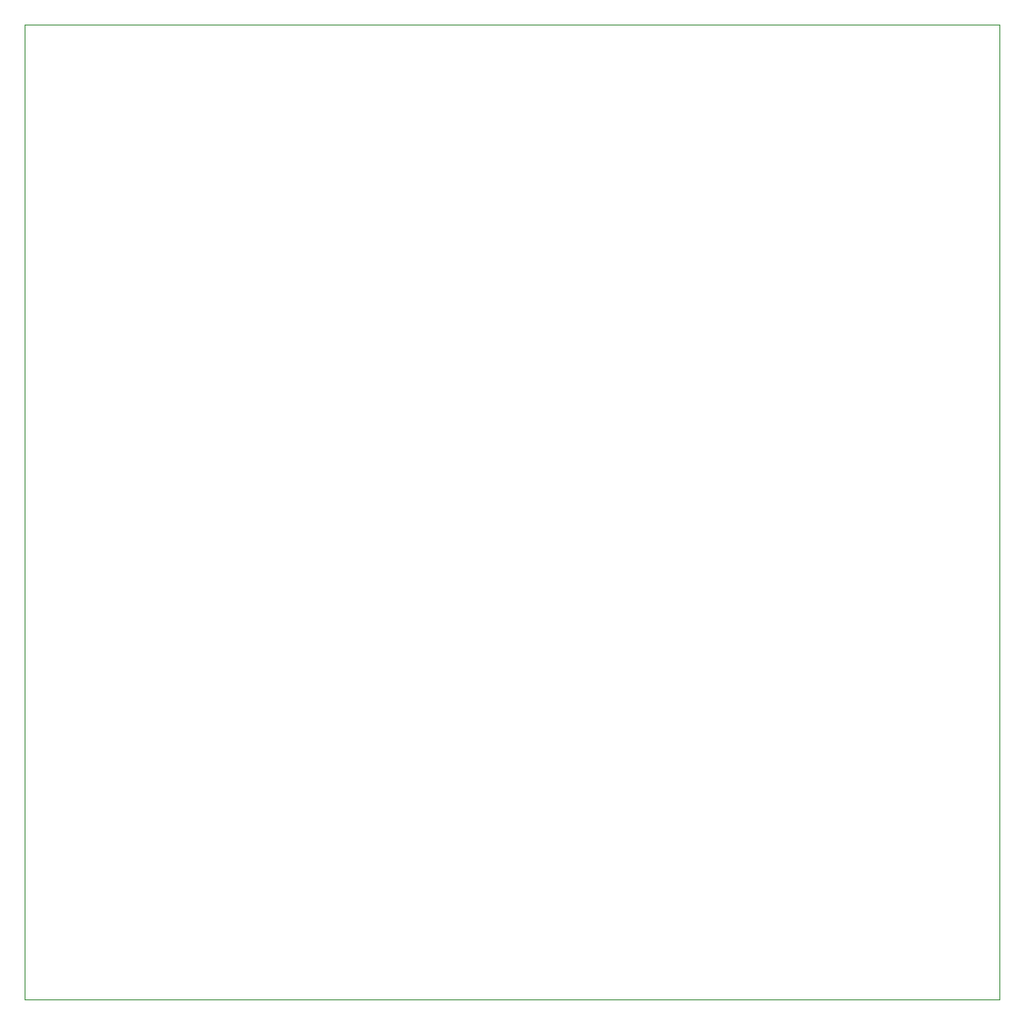
<source format=gbr>
%TF.GenerationSoftware,KiCad,Pcbnew,5.1.10*%
%TF.CreationDate,2021-12-30T18:00:27+01:00*%
%TF.ProjectId,keypad_board,6b657970-6164-45f6-926f-6172642e6b69,rev?*%
%TF.SameCoordinates,Original*%
%TF.FileFunction,Profile,NP*%
%FSLAX46Y46*%
G04 Gerber Fmt 4.6, Leading zero omitted, Abs format (unit mm)*
G04 Created by KiCad (PCBNEW 5.1.10) date 2021-12-30 18:00:27*
%MOMM*%
%LPD*%
G01*
G04 APERTURE LIST*
%TA.AperFunction,Profile*%
%ADD10C,0.050000*%
%TD*%
G04 APERTURE END LIST*
D10*
X58420000Y-137160000D02*
X152400000Y-137160000D01*
X58420000Y-43180000D02*
X152400000Y-43180000D01*
X152400000Y-43180000D02*
X152400000Y-137160000D01*
X58420000Y-43180000D02*
X58420000Y-137160000D01*
M02*

</source>
